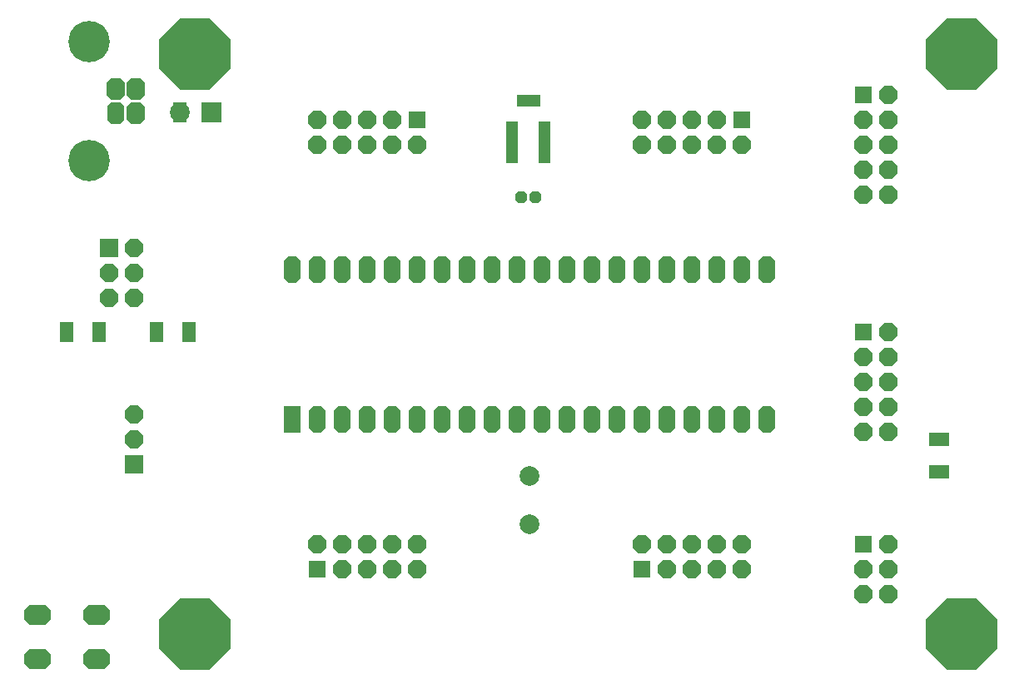
<source format=gts>
G04*
G04 #@! TF.GenerationSoftware,Altium Limited,Altium Designer,18.1.6 (161)*
G04*
G04 Layer_Color=8388736*
%FSLAX44Y44*%
%MOMM*%
G71*
G01*
G75*
%ADD24R,1.4732X2.1032*%
%ADD25R,2.4032X1.2032*%
%ADD26R,1.2032X4.2032*%
%ADD27R,2.1032X1.4732*%
G04:AMPARAMS|DCode=28|XSize=2.7032mm|YSize=2.0032mm|CornerRadius=0mm|HoleSize=0mm|Usage=FLASHONLY|Rotation=180.000|XOffset=0mm|YOffset=0mm|HoleType=Round|Shape=Octagon|*
%AMOCTAGOND28*
4,1,8,-1.3516,0.5008,-1.3516,-0.5008,-0.8508,-1.0016,0.8508,-1.0016,1.3516,-0.5008,1.3516,0.5008,0.8508,1.0016,-0.8508,1.0016,-1.3516,0.5008,0.0*
%
%ADD28OCTAGOND28*%

%ADD29P,2.0070X8X112.5*%
%ADD30R,1.8542X1.8542*%
%ADD31P,1.3023X8X22.5*%
%ADD32C,4.2032*%
G04:AMPARAMS|DCode=33|XSize=1.8032mm|YSize=2.2032mm|CornerRadius=0mm|HoleSize=0mm|Usage=FLASHONLY|Rotation=0.000|XOffset=0mm|YOffset=0mm|HoleType=Round|Shape=Octagon|*
%AMOCTAGOND33*
4,1,8,-0.4508,1.1016,0.4508,1.1016,0.9016,0.6508,0.9016,-0.6508,0.4508,-1.1016,-0.4508,-1.1016,-0.9016,-0.6508,-0.9016,0.6508,-0.4508,1.1016,0.0*
%
%ADD33OCTAGOND33*%

G04:AMPARAMS|DCode=34|XSize=1.7032mm|YSize=2.2032mm|CornerRadius=0mm|HoleSize=0mm|Usage=FLASHONLY|Rotation=0.000|XOffset=0mm|YOffset=0mm|HoleType=Round|Shape=Octagon|*
%AMOCTAGOND34*
4,1,8,-0.4258,1.1016,0.4258,1.1016,0.8516,0.6758,0.8516,-0.6758,0.4258,-1.1016,-0.4258,-1.1016,-0.8516,-0.6758,-0.8516,0.6758,-0.4258,1.1016,0.0*
%
%ADD34OCTAGOND34*%

%ADD35R,1.7032X2.7032*%
G04:AMPARAMS|DCode=36|XSize=2.7032mm|YSize=1.7032mm|CornerRadius=0mm|HoleSize=0mm|Usage=FLASHONLY|Rotation=90.000|XOffset=0mm|YOffset=0mm|HoleType=Round|Shape=Octagon|*
%AMOCTAGOND36*
4,1,8,0.4258,1.3516,-0.4258,1.3516,-0.8516,0.9258,-0.8516,-0.9258,-0.4258,-1.3516,0.4258,-1.3516,0.8516,-0.9258,0.8516,0.9258,0.4258,1.3516,0.0*
%
%ADD36OCTAGOND36*%

%ADD37C,1.7780*%
%ADD38P,7.7968X8X292.5*%
%ADD39R,1.8032X1.8032*%
%ADD40P,1.9518X8X112.5*%
%ADD41R,1.8032X1.8032*%
%ADD42P,1.9518X8X22.5*%
%ADD43C,2.0032*%
%ADD44R,2.0032X2.0032*%
D24*
X-229860Y88900D02*
D03*
X-196860D02*
D03*
X-138420D02*
D03*
X-105420D02*
D03*
X-81290Y312420D02*
D03*
X-114290D02*
D03*
D25*
X240030Y323850D02*
D03*
D26*
X223520Y281940D02*
D03*
X256540D02*
D03*
D27*
X657860Y-20330D02*
D03*
Y-53330D02*
D03*
D28*
X-199080Y-243840D02*
D03*
X-259080D02*
D03*
Y-198840D02*
D03*
X-199080D02*
D03*
D29*
X-161290Y5080D02*
D03*
Y-20320D02*
D03*
Y173990D02*
D03*
Y148590D02*
D03*
Y123190D02*
D03*
X-186690D02*
D03*
Y148590D02*
D03*
D30*
X-161290Y-45720D02*
D03*
X-186690Y173990D02*
D03*
D31*
X247030Y226060D02*
D03*
X233030D02*
D03*
D32*
X-206700Y263500D02*
D03*
Y383900D02*
D03*
D33*
X-159600Y311200D02*
D03*
Y336200D02*
D03*
X-179600D02*
D03*
D34*
Y311200D02*
D03*
D35*
X0Y0D02*
D03*
D36*
X25400D02*
D03*
X50800D02*
D03*
X76200D02*
D03*
X101600D02*
D03*
X127000D02*
D03*
X152400D02*
D03*
X177800D02*
D03*
X203200D02*
D03*
X228600D02*
D03*
X254000D02*
D03*
X279400D02*
D03*
X304800D02*
D03*
X330200D02*
D03*
X355600D02*
D03*
X381000D02*
D03*
X406400D02*
D03*
X431800D02*
D03*
X457200D02*
D03*
X482600D02*
D03*
X0Y152400D02*
D03*
X25400D02*
D03*
X50800D02*
D03*
X76200D02*
D03*
X101600D02*
D03*
X127000D02*
D03*
X152400D02*
D03*
X177800D02*
D03*
X203200D02*
D03*
X228600D02*
D03*
X254000D02*
D03*
X279400D02*
D03*
X304800D02*
D03*
X330200D02*
D03*
X355600D02*
D03*
X381000D02*
D03*
X406400D02*
D03*
X431800D02*
D03*
X457200D02*
D03*
X482600D02*
D03*
D37*
X705800Y385170D02*
D03*
Y358500D02*
D03*
X655000D02*
D03*
Y383900D02*
D03*
X694370Y345800D02*
D03*
X667700D02*
D03*
X694370Y396600D02*
D03*
X667700D02*
D03*
X705800Y-204830D02*
D03*
Y-231500D02*
D03*
X655000D02*
D03*
Y-206100D02*
D03*
X694370Y-244200D02*
D03*
X667700D02*
D03*
X694370Y-193400D02*
D03*
X667700D02*
D03*
X-74200Y385170D02*
D03*
Y358500D02*
D03*
X-125000D02*
D03*
Y383900D02*
D03*
X-85630Y345800D02*
D03*
X-112300D02*
D03*
X-85630Y396600D02*
D03*
X-112300D02*
D03*
X-74200Y-204830D02*
D03*
Y-231500D02*
D03*
X-125000D02*
D03*
Y-206100D02*
D03*
X-85630Y-244200D02*
D03*
X-112300D02*
D03*
X-85630Y-193400D02*
D03*
X-112300D02*
D03*
D38*
X680400Y371200D02*
D03*
X680400Y-218800D02*
D03*
X-99600Y371200D02*
D03*
Y-218800D02*
D03*
D39*
X580390Y88900D02*
D03*
Y330200D02*
D03*
Y-127000D02*
D03*
D40*
X605790Y88900D02*
D03*
X580390Y63500D02*
D03*
X605790D02*
D03*
X580390Y38100D02*
D03*
X605790D02*
D03*
X580390Y12700D02*
D03*
X605790D02*
D03*
X580390Y-12700D02*
D03*
X605790D02*
D03*
Y228600D02*
D03*
X580390D02*
D03*
X605790Y254000D02*
D03*
X580390D02*
D03*
X605790Y279400D02*
D03*
X580390D02*
D03*
X605790Y304800D02*
D03*
X580390D02*
D03*
X605790Y330200D02*
D03*
Y-177800D02*
D03*
X580390D02*
D03*
Y-152400D02*
D03*
X605790D02*
D03*
Y-127000D02*
D03*
D41*
X127000Y304800D02*
D03*
X25400Y-152400D02*
D03*
X457200Y304800D02*
D03*
X355600Y-152400D02*
D03*
D42*
X127000Y279400D02*
D03*
X101600Y304800D02*
D03*
Y279400D02*
D03*
X76200Y304800D02*
D03*
Y279400D02*
D03*
X50800Y304800D02*
D03*
Y279400D02*
D03*
X25400Y304800D02*
D03*
Y279400D02*
D03*
X127000Y-127000D02*
D03*
Y-152400D02*
D03*
X101600Y-127000D02*
D03*
Y-152400D02*
D03*
X76200Y-127000D02*
D03*
Y-152400D02*
D03*
X50800Y-127000D02*
D03*
Y-152400D02*
D03*
X25400Y-127000D02*
D03*
X457200Y279400D02*
D03*
X431800Y304800D02*
D03*
Y279400D02*
D03*
X406400Y304800D02*
D03*
Y279400D02*
D03*
X381000Y304800D02*
D03*
Y279400D02*
D03*
X355600Y304800D02*
D03*
Y279400D02*
D03*
X457200Y-127000D02*
D03*
Y-152400D02*
D03*
X431800Y-127000D02*
D03*
Y-152400D02*
D03*
X406400Y-127000D02*
D03*
Y-152400D02*
D03*
X381000Y-127000D02*
D03*
Y-152400D02*
D03*
X355600Y-127000D02*
D03*
D43*
X241300Y-106950D02*
D03*
Y-58150D02*
D03*
X-114300Y312420D02*
D03*
D44*
X-82550D02*
D03*
M02*

</source>
